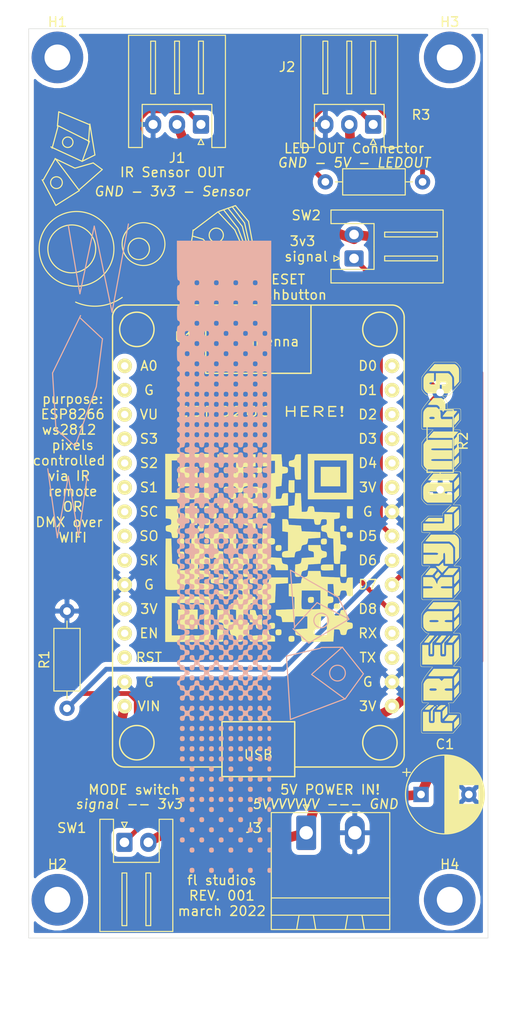
<source format=kicad_pcb>
(kicad_pcb (version 20171130) (host pcbnew "(5.1.4)-1")
  (layers (0 F.Cu signal) (31 B.Cu signal) (34 B.Paste user) (35 F.Paste user) (36 B.SilkS user hide) (37 F.SilkS user) (38 B.Mask user) (39 F.Mask user) (44 Edge.Cuts user))
  (net 0 "")
  (net 1 GND)
  (net 2 +5V)
  (net 3 3v3)
  (net 4 IR_SENSOR)
  (net 5 LED_OUT)
  (net 6 MODE_SW)
  (net 7 RESET_PB)
  (net 8 "Net-(R3-Pad2)")
  (net 9 "Net-(U1-Pad30)")
  (net 10 "Net-(U1-Pad29)")
  (net 11 "Net-(U1-Pad28)")
  (net 12 "Net-(U1-Pad27)")
  (net 13 "Net-(U1-Pad26)")
  (net 14 "Net-(U1-Pad25)")
  (net 15 "Net-(U1-Pad19)")
  (net 16 "Net-(U1-Pad18)")
  (net 17 "Net-(U1-Pad13)")
  (net 18 "Net-(U1-Pad12)")
  (net 19 "Net-(U1-Pad11)")
  (net 20 "Net-(U1-Pad9)")
  (net 21 "Net-(U1-Pad8)")
  (net 22 "Net-(U1-Pad7)")
  (net 23 "Net-(U1-Pad6)")
  (net 24 "Net-(U1-Pad5)")
  (net 25 "Net-(U1-Pad4)")
  (net 26 "Net-(U1-Pad3)")
  (net 27 "Net-(U1-Pad2)")
  (net 28 "Net-(U1-Pad1)")
  (module william_custom:dmx_ir_board_qrCODE (layer F.Cu) (at 100.09 79.24)
    (fp_text reference G*** hide)
    (fp_text value LOGO hide)
  )
  (module william_custom:bw_grad (layer B.Cu) (at 96.47 82.92 270)
    (fp_text reference G*** hide)
    (fp_text value LOGO hide)
  )
  (module william_custom:freakylampsLogo_smaller (layer F.Cu) (at 119.42 79.38 90)
    (fp_text reference G*** hide)
    (fp_text value LOGO hide)
  )
  (module Connector_Phoenix_MSTB:PhoenixContact_MSTBA_2,5_2-G-5,08_1x02_P5.08mm_Horizontal (layer F.Cu) (at 105 109)
    (fp_text reference J3 (at -5.5 -0.5) (layer F.SilkS))
    (fp_text value "POWER IN")
    (pad 2 thru_hole oval (at 5.08 0) (size 2.08 3.6) (drill 1.4) (layers *.Cu *.Mask) (net 1 GND))
    (pad 1 thru_hole roundrect (at 0 0) (size 2.08 3.6) (drill 1.4) (layers *.Cu *.Mask) (roundrect_rratio 0.120192) (net 2 +5V))
  )
  (module "ESP8266:NodeMCU1.0(12-E)" (layer F.Cu) (at 100 78)
    (fp_text reference U1 (at -7.76 -20.79) (layer F.SilkS))
    (fp_text value "NodeMCU_1.0_(ESP-12E)")
    (fp_text user D0 (at 11.43 -17.78) (layer F.SilkS))
    (fp_text user D1 (at 11.43 -15.24) (layer F.SilkS))
    (fp_text user D2 (at 11.43 -12.7) (layer F.SilkS))
    (fp_text user D3 (at 11.43 -10.16) (layer F.SilkS))
    (fp_text user D4 (at 11.43 -7.62) (layer F.SilkS))
    (fp_text user 3V (at 11.43 -5.08) (layer F.SilkS))
    (fp_text user G (at 11.43 -2.54) (layer F.SilkS))
    (fp_text user D5 (at 11.43 0) (layer F.SilkS))
    (fp_text user D6 (at 11.43 2.54) (layer F.SilkS))
    (fp_text user D7 (at 11.43 5.08) (layer F.SilkS))
    (fp_text user D8 (at 11.43 7.62) (layer F.SilkS))
    (fp_text user RX (at 11.43 10.16) (layer F.SilkS))
    (fp_text user TX (at 11.43 12.7) (layer F.SilkS))
    (fp_text user G (at 11.43 15.24) (layer F.SilkS))
    (fp_text user 3V (at 11.43 17.78) (layer F.SilkS))
    (fp_text user A0 (at -11.43 -17.78) (layer F.SilkS))
    (fp_text user G (at -11.43 -15.24) (layer F.SilkS))
    (fp_text user VU (at -11.43 -12.7) (layer F.SilkS))
    (fp_text user S3 (at -11.43 -10.16) (layer F.SilkS))
    (fp_text user S2 (at -11.43 -7.62) (layer F.SilkS))
    (fp_text user S1 (at -11.43 -5.08) (layer F.SilkS))
    (fp_text user SC (at -11.43 -2.54) (layer F.SilkS))
    (fp_text user SO (at -11.43 0) (layer F.SilkS))
    (fp_text user SK (at -11.43 2.54) (layer F.SilkS))
    (fp_text user G (at -11.43 5.08) (layer F.SilkS))
    (fp_text user 3V (at -11.43 7.62) (layer F.SilkS))
    (fp_text user EN (at -11.43 10.16) (layer F.SilkS))
    (fp_text user RST (at -11.43 12.7) (layer F.SilkS))
    (fp_text user G (at -11.43 15.24) (layer F.SilkS))
    (fp_text user VIN (at -11.43 17.78) (layer F.SilkS))
    (fp_text user "RF Antenna" (at 0 -20.32) (layer F.SilkS))
    (fp_text user USB (at 0 22.86) (layer F.SilkS))
    (pad 30 thru_hole circle (at 13.97 -17.78) (size 1.524 1.524) (drill 0.762) (layers *.Cu *.Mask F.SilkS) (net 9 "Net-(U1-Pad30)"))
    (pad 29 thru_hole circle (at 13.97 -15.24) (size 1.524 1.524) (drill 0.762) (layers *.Cu *.Mask F.SilkS) (net 10 "Net-(U1-Pad29)"))
    (pad 28 thru_hole circle (at 13.97 -12.7) (size 1.524 1.524) (drill 0.762) (layers *.Cu *.Mask F.SilkS) (net 11 "Net-(U1-Pad28)"))
    (pad 27 thru_hole circle (at 13.97 -10.16) (size 1.524 1.524) (drill 0.762) (layers *.Cu *.Mask F.SilkS) (net 12 "Net-(U1-Pad27)"))
    (pad 26 thru_hole circle (at 13.97 -7.62) (size 1.524 1.524) (drill 0.762) (layers *.Cu *.Mask F.SilkS) (net 13 "Net-(U1-Pad26)"))
    (pad 25 thru_hole circle (at 13.97 -5.08) (size 1.524 1.524) (drill 0.762) (layers *.Cu *.Mask F.SilkS) (net 14 "Net-(U1-Pad25)"))
    (pad 24 thru_hole circle (at 13.97 -2.54) (size 1.524 1.524) (drill 0.762) (layers *.Cu *.Mask F.SilkS) (net 1 GND))
    (pad 23 thru_hole circle (at 13.97 0) (size 1.524 1.524) (drill 0.762) (layers *.Cu *.Mask F.SilkS) (net 4 IR_SENSOR))
    (pad 22 thru_hole circle (at 13.97 2.54) (size 1.524 1.524) (drill 0.762) (layers *.Cu *.Mask F.SilkS) (net 6 MODE_SW))
    (pad 21 thru_hole circle (at 13.97 5.08) (size 1.524 1.524) (drill 0.762) (layers *.Cu *.Mask F.SilkS) (net 7 RESET_PB))
    (pad 20 thru_hole circle (at 13.97 7.62) (size 1.524 1.524) (drill 0.762) (layers *.Cu *.Mask F.SilkS) (net 8 "Net-(R3-Pad2)"))
    (pad 19 thru_hole circle (at 13.97 10.16) (size 1.524 1.524) (drill 0.762) (layers *.Cu *.Mask F.SilkS) (net 15 "Net-(U1-Pad19)"))
    (pad 18 thru_hole circle (at 13.97 12.7) (size 1.524 1.524) (drill 0.762) (layers *.Cu *.Mask F.SilkS) (net 16 "Net-(U1-Pad18)"))
    (pad 17 thru_hole circle (at 13.97 15.24) (size 1.524 1.524) (drill 0.762) (layers *.Cu *.Mask F.SilkS) (net 1 GND))
    (pad 16 thru_hole circle (at 13.97 17.78) (size 1.524 1.524) (drill 0.762) (layers *.Cu *.Mask F.SilkS) (net 3 3v3))
    (pad 15 thru_hole circle (at -13.97 17.78) (size 1.524 1.524) (drill 0.762) (layers *.Cu *.Mask F.SilkS) (net 2 +5V))
    (pad 14 thru_hole circle (at -13.97 15.24) (size 1.524 1.524) (drill 0.762) (layers *.Cu *.Mask F.SilkS) (net 1 GND))
    (pad 13 thru_hole circle (at -13.97 12.7) (size 1.524 1.524) (drill 0.762) (layers *.Cu *.Mask F.SilkS) (net 17 "Net-(U1-Pad13)"))
    (pad 12 thru_hole circle (at -13.97 10.16) (size 1.524 1.524) (drill 0.762) (layers *.Cu *.Mask F.SilkS) (net 18 "Net-(U1-Pad12)"))
    (pad 11 thru_hole circle (at -13.97 7.62) (size 1.524 1.524) (drill 0.762) (layers *.Cu *.Mask F.SilkS) (net 19 "Net-(U1-Pad11)"))
    (pad 10 thru_hole circle (at -13.97 5.08) (size 1.524 1.524) (drill 0.762) (layers *.Cu *.Mask F.SilkS) (net 1 GND))
    (pad 9 thru_hole circle (at -13.97 2.54) (size 1.524 1.524) (drill 0.762) (layers *.Cu *.Mask F.SilkS) (net 20 "Net-(U1-Pad9)"))
    (pad 8 thru_hole circle (at -13.97 0) (size 1.524 1.524) (drill 0.762) (layers *.Cu *.Mask F.SilkS) (net 21 "Net-(U1-Pad8)"))
    (pad 7 thru_hole circle (at -13.97 -2.54) (size 1.524 1.524) (drill 0.762) (layers *.Cu *.Mask F.SilkS) (net 22 "Net-(U1-Pad7)"))
    (pad 6 thru_hole circle (at -13.97 -5.08) (size 1.524 1.524) (drill 0.762) (layers *.Cu *.Mask F.SilkS) (net 23 "Net-(U1-Pad6)"))
    (pad 5 thru_hole circle (at -13.97 -7.62) (size 1.524 1.524) (drill 0.762) (layers *.Cu *.Mask F.SilkS) (net 24 "Net-(U1-Pad5)"))
    (pad 4 thru_hole circle (at -13.97 -10.16) (size 1.524 1.524) (drill 0.762) (layers *.Cu *.Mask F.SilkS) (net 25 "Net-(U1-Pad4)"))
    (pad 3 thru_hole circle (at -13.97 -12.7) (size 1.524 1.524) (drill 0.762) (layers *.Cu *.Mask F.SilkS) (net 26 "Net-(U1-Pad3)"))
    (pad 2 thru_hole circle (at -13.97 -15.24) (size 1.524 1.524) (drill 0.762) (layers *.Cu *.Mask F.SilkS) (net 27 "Net-(U1-Pad2)"))
    (pad 1 thru_hole circle (at -13.97 -17.78) (size 1.524 1.524) (drill 0.762) (layers *.Cu *.Mask F.SilkS) (net 28 "Net-(U1-Pad1)"))
  )
  (module Connector_JST:JST_XH_S2B-XH-A_1x02_P2.50mm_Horizontal (layer F.Cu) (at 110 49 90)
    (fp_text reference SW2 (at 4.5 -5 180) (layer F.SilkS))
    (fp_text value SW_Push)
    (pad 2 thru_hole oval (at 2.5 0 90) (size 1.7 2) (drill 1) (layers *.Cu *.Mask) (net 3 3v3))
    (pad 1 thru_hole roundrect (at 0 0 90) (size 1.7 2) (drill 1) (layers *.Cu *.Mask) (roundrect_rratio 0.147059) (net 7 RESET_PB))
  )
  (module Connector_JST:JST_XH_S2B-XH-A_1x02_P2.50mm_Horizontal (layer F.Cu) (at 86 110)
    (fp_text reference SW1 (at -5.5 -1.5) (layer F.SilkS))
    (fp_text value SW_SPST)
    (pad 2 thru_hole oval (at 2.5 0) (size 1.7 2) (drill 1) (layers *.Cu *.Mask) (net 3 3v3))
    (pad 1 thru_hole roundrect (at 0 0) (size 1.7 2) (drill 1) (layers *.Cu *.Mask) (roundrect_rratio 0.147059) (net 6 MODE_SW))
  )
  (module Resistor_THT:R_Axial_DIN0207_L6.3mm_D2.5mm_P10.16mm_Horizontal (layer F.Cu) (at 107 41)
    (fp_text reference R3 (at 10 -7) (layer F.SilkS))
    (fp_text value 470)
    (pad 2 thru_hole oval (at 10.16 0) (size 1.6 1.6) (drill 0.8) (layers *.Cu *.Mask) (net 8 "Net-(R3-Pad2)"))
    (pad 1 thru_hole circle (at 0 0) (size 1.6 1.6) (drill 0.8) (layers *.Cu *.Mask) (net 5 LED_OUT))
  )
  (module Resistor_THT:R_Axial_DIN0207_L6.3mm_D2.5mm_P10.16mm_Horizontal (layer F.Cu) (at 119 63 270)
    (fp_text reference R2 (at 5.08 -2.37 90) (layer F.SilkS))
    (fp_text value 10k)
    (pad 2 thru_hole oval (at 10.16 0 270) (size 1.6 1.6) (drill 0.8) (layers *.Cu *.Mask) (net 1 GND))
    (pad 1 thru_hole circle (at 0 0 270) (size 1.6 1.6) (drill 0.8) (layers *.Cu *.Mask) (net 7 RESET_PB))
  )
  (module Resistor_THT:R_Axial_DIN0207_L6.3mm_D2.5mm_P10.16mm_Horizontal (layer F.Cu) (at 80 96 90)
    (fp_text reference R1 (at 5.08 -2.37 90) (layer F.SilkS))
    (fp_text value 10k)
    (pad 2 thru_hole oval (at 10.16 0 90) (size 1.6 1.6) (drill 0.8) (layers *.Cu *.Mask) (net 1 GND))
    (pad 1 thru_hole circle (at 0 0 90) (size 1.6 1.6) (drill 0.8) (layers *.Cu *.Mask) (net 6 MODE_SW))
  )
  (module Connector_JST:JST_XH_S3B-XH-A_1x03_P2.50mm_Horizontal (layer F.Cu) (at 112 35 180)
    (fp_text reference J2 (at 9 6) (layer F.SilkS))
    (fp_text value "LED out connector")
    (pad 3 thru_hole oval (at 5 0 180) (size 1.7 1.95) (drill 0.95) (layers *.Cu *.Mask) (net 1 GND))
    (pad 2 thru_hole oval (at 2.5 0 180) (size 1.7 1.95) (drill 0.95) (layers *.Cu *.Mask) (net 2 +5V))
    (pad 1 thru_hole roundrect (at 0 0 180) (size 1.7 1.95) (drill 0.95) (layers *.Cu *.Mask) (roundrect_rratio 0.147059) (net 5 LED_OUT))
  )
  (module Connector_JST:JST_XH_S3B-XH-A_1x03_P2.50mm_Horizontal (layer F.Cu) (at 94 35 180)
    (fp_text reference J1 (at 2.5 -3.5) (layer F.SilkS))
    (fp_text value IR_connector)
    (pad 3 thru_hole oval (at 5 0 180) (size 1.7 1.95) (drill 0.95) (layers *.Cu *.Mask) (net 1 GND))
    (pad 2 thru_hole oval (at 2.5 0 180) (size 1.7 1.95) (drill 0.95) (layers *.Cu *.Mask) (net 3 3v3))
    (pad 1 thru_hole roundrect (at 0 0 180) (size 1.7 1.95) (drill 0.95) (layers *.Cu *.Mask) (roundrect_rratio 0.147059) (net 4 IR_SENSOR))
  )
  (module MountingHole:MountingHole_2.7mm_M2.5_Pad (layer F.Cu) (at 120 116)
    (fp_text reference H4 (at 0 -3.7) (layer F.SilkS))
    (fp_text value MountingHole)
    (pad 1 thru_hole circle (at 0 0) (size 5.4 5.4) (drill 2.7) (layers *.Cu *.Mask))
  )
  (module MountingHole:MountingHole_2.7mm_M2.5_Pad (layer F.Cu) (at 120 28)
    (fp_text reference H3 (at 0 -3.7) (layer F.SilkS))
    (fp_text value MountingHole)
    (pad 1 thru_hole circle (at 0 0) (size 5.4 5.4) (drill 2.7) (layers *.Cu *.Mask))
  )
  (module MountingHole:MountingHole_2.7mm_M2.5_Pad (layer F.Cu) (at 79 116)
    (fp_text reference H2 (at 0 -3.7) (layer F.SilkS))
    (fp_text value MountingHole)
    (pad 1 thru_hole circle (at 0 0) (size 5.4 5.4) (drill 2.7) (layers *.Cu *.Mask))
  )
  (module MountingHole:MountingHole_2.7mm_M2.5_Pad (layer F.Cu) (at 79 28)
    (fp_text reference H1 (at 0 -3.7) (layer F.SilkS))
    (fp_text value MountingHole)
    (pad 1 thru_hole circle (at 0 0) (size 5.4 5.4) (drill 2.7) (layers *.Cu *.Mask))
  )
  (module Capacitor_THT:CP_Radial_D8.0mm_P5.00mm (layer F.Cu) (at 117 105)
    (fp_text reference C1 (at 2.5 -5.25) (layer F.SilkS))
    (fp_text value 1000uF)
    (pad 2 thru_hole circle (at 5 0) (size 1.6 1.6) (drill 0.8) (layers *.Cu *.Mask) (net 1 GND))
    (pad 1 thru_hole rect (at 0 0) (size 1.6 1.6) (drill 0.8) (layers *.Cu *.Mask) (net 2 +5V))
  )
  (gr_text "ESP8266 HERE!\n" (at 100.27 65.02) (layer F.SilkS) (effects (font (size 1 1.5))))
  (gr_line (start 98.56 45.29) (end 99.26 48.4) (layer F.SilkS) (width 0.12))
  (gr_line (start 97.3 43.64) (end 98.56 45.29) (layer F.SilkS) (width 0.12))
  (gr_line (start 97.87 45.85) (end 98.85 48.41) (layer F.SilkS) (width 0.12))
  (gr_line (start 96.36 43.91) (end 97.87 45.85) (layer F.SilkS) (width 0.12))
  (gr_line (start 98.32 45.65) (end 99.02 48.33) (layer F.SilkS) (width 0.12))
  (gr_line (start 96.82 43.74) (end 98.32 45.65) (layer F.SilkS) (width 0.12))
  (gr_line (start 99.57 48.34) (end 98.49 48.28) (layer F.SilkS) (width 0.12))
  (gr_line (start 98.97 45.13) (end 99.57 48.34) (layer F.SilkS) (width 0.12))
  (gr_line (start 97.61 43.48) (end 98.97 45.13) (layer F.SilkS) (width 0.12))
  (gr_line (start 95.89 44.08) (end 97.61 43.48) (layer F.SilkS) (width 0.12))
  (gr_line (start 93.33 51.03) (end 93.47 50.22) (layer F.SilkS) (width 0.12))
  (gr_line (start 93.13 50.01) (end 93.33 51.03) (layer F.SilkS) (width 0.12))
  (gr_line (start 93.52 50.18) (end 93.74 49.48) (layer F.SilkS) (width 0.12))
  (gr_line (start 93.35 49.53) (end 93.52 50.18) (layer F.SilkS) (width 0.12))
  (gr_line (start 93.14 50.03) (end 93.35 49.53) (layer F.SilkS) (width 0.12))
  (gr_line (start 92.82 49.26) (end 93.14 50.03) (layer F.SilkS) (width 0.12))
  (gr_line (start 93.8 49.5) (end 94.12 49) (layer F.SilkS) (width 0.12))
  (gr_line (start 93.52 49.02) (end 93.8 49.5) (layer F.SilkS) (width 0.12))
  (gr_line (start 92.92 49.22) (end 93.52 49.02) (layer F.SilkS) (width 0.12))
  (gr_line (start 92.89 48.34) (end 92.92 49.22) (layer F.SilkS) (width 0.12))
  (gr_line (start 94.19 49) (end 94.78 48.65) (layer F.SilkS) (width 0.12))
  (gr_line (start 93.68 48.36) (end 94.19 49) (layer F.SilkS) (width 0.12))
  (gr_line (start 92.89 48.31) (end 93.68 48.36) (layer F.SilkS) (width 0.12))
  (gr_line (start 92.94 47.42) (end 92.89 48.31) (layer F.SilkS) (width 0.12))
  (gr_line (start 94.83 48.71) (end 95.43 48.43) (layer F.SilkS) (width 0.12))
  (gr_line (start 93.88 47.59) (end 94.83 48.71) (layer F.SilkS) (width 0.12))
  (gr_line (start 92.99 47.37) (end 93.88 47.59) (layer F.SilkS) (width 0.12))
  (gr_line (start 93.09 46.76) (end 92.99 47.37) (layer F.SilkS) (width 0.12))
  (gr_circle (center 95.6 46.57) (end 96.29 46.3) (layer F.SilkS) (width 0.12))
  (gr_line (start 93.11 46.66) (end 93.18 46.02) (layer F.SilkS) (width 0.12))
  (gr_line (start 94.23 46.99) (end 93.11 46.66) (layer F.SilkS) (width 0.12))
  (gr_line (start 95.48 48.45) (end 94.23 46.99) (layer F.SilkS) (width 0.12))
  (gr_line (start 98.54 48.26) (end 95.48 48.45) (layer F.SilkS) (width 0.12))
  (gr_line (start 97.54 46.02) (end 98.54 48.26) (layer F.SilkS) (width 0.12))
  (gr_line (start 95.78 44.13) (end 97.54 46.02) (layer F.SilkS) (width 0.12))
  (gr_line (start 93.2 46.08) (end 95.78 44.13) (layer F.SilkS) (width 0.12))
  (gr_line (start 82.92 38.19) (end 82.39 34.96) (layer F.SilkS) (width 0.12))
  (gr_line (start 81.63 38.83) (end 82.92 38.19) (layer F.SilkS) (width 0.12))
  (gr_line (start 82.38 35.03) (end 82.25 36.83) (layer F.SilkS) (width 0.12))
  (gr_line (start 79.14 33.68) (end 82.38 35.03) (layer F.SilkS) (width 0.12))
  (gr_line (start 79 35.16) (end 79.14 33.68) (layer F.SilkS) (width 0.12))
  (gr_line (start 80.83 39.57) (end 78.75 38.57) (layer F.SilkS) (width 0.12))
  (gr_line (start 82.74 39.02) (end 80.83 39.57) (layer F.SilkS) (width 0.12))
  (gr_line (start 83.69 39.71) (end 82.74 39.02) (layer F.SilkS) (width 0.12))
  (gr_line (start 81.34 41.77) (end 83.69 39.71) (layer F.SilkS) (width 0.12))
  (gr_circle (center 78.9 41.08) (end 79.51 41.14) (layer F.SilkS) (width 0.12))
  (gr_circle (center 80.08 36.86) (end 80.62 36.94) (layer F.SilkS) (width 0.12))
  (gr_line (start 78.83 43.46) (end 77.41 40.78) (layer F.SilkS) (width 0.12))
  (gr_line (start 81.29 41.91) (end 78.83 43.46) (layer F.SilkS) (width 0.12))
  (gr_line (start 78.78 38.57) (end 81.29 41.91) (layer F.SilkS) (width 0.12))
  (gr_line (start 77.53 40.78) (end 78.78 38.57) (layer F.SilkS) (width 0.12))
  (gr_line (start 81.59 38.86) (end 78.32 37.35) (layer F.SilkS) (width 0.12))
  (gr_line (start 82.34 36.77) (end 81.59 38.86) (layer F.SilkS) (width 0.12))
  (gr_line (start 79.08 35.14) (end 82.34 36.77) (layer F.SilkS) (width 0.12))
  (gr_line (start 78.45 37.48) (end 79.08 35.14) (layer F.SilkS) (width 0.12))
  (gr_line (start 103.36 81.57) (end 103.79 87.6) (layer B.SilkS) (width 0.12))
  (gr_line (start 108.42 84.44) (end 103.36 81.57) (layer B.SilkS) (width 0.12))
  (gr_line (start 102.94 90.54) (end 106.49 89.72) (layer B.SilkS) (width 0.12))
  (gr_line (start 103.35 97.16) (end 102.94 90.54) (layer B.SilkS) (width 0.12))
  (gr_line (start 109.07 95) (end 103.35 97.16) (layer B.SilkS) (width 0.12))
  (gr_line (start 106.55 89.64) (end 108.81 89.62) (layer B.SilkS) (width 0.12))
  (gr_line (start 108.39 84.47) (end 109.45 86.69) (layer B.SilkS) (width 0.12))
  (gr_circle (center 108.27 92.32) (end 109.06 92.1) (layer B.SilkS) (width 0.12))
  (gr_circle (center 106.56 86.82) (end 107.06 86.25) (layer B.SilkS) (width 0.12))
  (gr_line (start 109.06 95.03) (end 105.56 92.46) (layer B.SilkS) (width 0.12))
  (gr_line (start 110.98 92.39) (end 109.06 95.03) (layer B.SilkS) (width 0.12))
  (gr_line (start 108.77 89.61) (end 110.98 92.39) (layer B.SilkS) (width 0.12))
  (gr_line (start 105.63 92.39) (end 108.77 89.61) (layer B.SilkS) (width 0.12))
  (gr_line (start 105.27 89.18) (end 103.63 87.68) (layer B.SilkS) (width 0.12))
  (gr_line (start 109.48 86.68) (end 105.27 89.18) (layer B.SilkS) (width 0.12))
  (gr_line (start 106.13 84.96) (end 109.48 86.68) (layer B.SilkS) (width 0.12))
  (gr_line (start 103.77 87.53) (end 106.13 84.96) (layer B.SilkS) (width 0.12))
  (gr_line (start 81.21 78.04) (end 82.13 71.61) (layer B.SilkS) (width 0.12))
  (gr_line (start 80.14 71.75) (end 81.21 78.04) (layer B.SilkS) (width 0.12))
  (gr_line (start 78.99 78.18) (end 80.14 71.75) (layer B.SilkS) (width 0.12))
  (gr_line (start 77.99 70.97) (end 78.99 78.18) (layer B.SilkS) (width 0.12))
  (gr_line (start 83.71 57.4) (end 81.35 55.19) (layer B.SilkS) (width 0.12))
  (gr_line (start 83.06 62.4) (end 83.71 57.4) (layer B.SilkS) (width 0.12))
  (gr_line (start 80.85 68.61) (end 83.06 62.4) (layer B.SilkS) (width 0.12))
  (gr_line (start 78.85 66.83) (end 80.85 68.61) (layer B.SilkS) (width 0.12))
  (gr_line (start 78.49 60.97) (end 78.85 66.83) (layer B.SilkS) (width 0.12))
  (gr_line (start 81.42 54.97) (end 78.49 60.97) (layer B.SilkS) (width 0.12))
  (gr_line (start 84.71 54.61) (end 86.42 45.4) (layer B.SilkS) (width 0.12))
  (gr_line (start 82.85 45.62) (end 84.71 54.61) (layer B.SilkS) (width 0.12))
  (gr_line (start 81.35 52.69) (end 82.85 45.62) (layer B.SilkS) (width 0.12))
  (gr_line (start 80.14 45.55) (end 81.35 52.69) (layer B.SilkS) (width 0.12))
  (gr_text "fl studios\nREV. 001\nmarch 2022" (at 96.18 115.57) (layer F.SilkS) (effects (font (size 1 1))))
  (gr_text "purpose:\nESP8266\nws2812 \npixels\ncontrolled \nvia IR \nremote\nOR\nDMX over \nWIFI" (at 80.6 70.92) (layer F.SilkS) (effects (font (size 1 1))))
  (gr_arc (start 82.907734 49.062829) (end 80.907735 53.562828) (angle -59.50016677) (layer F.SilkS) (width 0.12))
  (gr_circle (center 87.5 48) (end 88.5 47.5) (layer F.SilkS) (width 0.12))
  (gr_circle (center 88 47.5) (end 90 46.5) (layer F.SilkS) (width 0.12))
  (gr_circle (center 80.5 48) (end 82.5 46.5) (layer F.SilkS) (width 0.12))
  (gr_circle (center 81 48) (end 84 45.5) (layer F.SilkS) (width 0.12))
  (gr_text "5VVVVVVV --- GND\n" (at 107 106) (layer F.SilkS) (effects (font (size 1 1) (thickness 0.15) italic)))
  (gr_text "5V POWER IN!" (at 107.5 104.5) (layer F.SilkS) (effects (font (size 1 1))))
  (gr_text "signal -- 3v3" (at 86.5 106) (layer F.SilkS) (effects (font (size 1 1) (thickness 0.15) italic)))
  (gr_text "MODE switch\n" (at 87 104.5) (layer F.SilkS) (effects (font (size 1 1))))
  (gr_text "3v3 \nsignal" (at 105 48) (layer F.SilkS) (effects (font (size 1 1))))
  (gr_text "RESET \npushbutton\n" (at 103 52) (layer F.SilkS) (effects (font (size 1 1))))
  (gr_text "IR Sensor OUT\n" (at 91 40) (layer F.SilkS) (effects (font (size 1 1))))
  (gr_text "GND - 5V - LEDOUT" (at 110 39) (layer F.SilkS) (effects (font (size 1 1) (thickness 0.15) italic)))
  (gr_text "GND - 3v3 - Sensor" (at 91 42) (layer F.SilkS) (effects (font (size 1 1) (thickness 0.15) italic)))
  (gr_text "LED OUT Connector" (at 110 37.5) (layer F.SilkS) (effects (font (size 1 1))))
  (gr_line (start 124 120) (end 124 25) (layer Edge.Cuts) (width 0.05))
  (gr_line (start 76 25) (end 80 25) (layer Edge.Cuts) (width 0.05))
  (gr_line (start 76 52) (end 76 25) (layer Edge.Cuts) (width 0.05))
  (gr_line (start 124 25) (end 120 25) (layer Edge.Cuts) (width 0.05))
  (gr_line (start 124 120) (end 120 120) (layer Edge.Cuts) (width 0.05))
  (gr_line (start 76 120) (end 80 120) (layer Edge.Cuts) (width 0.05))
  (gr_line (start 76 112) (end 76 120) (layer Edge.Cuts) (width 0.05))
  (gr_line (start 76 112) (end 76 52) (layer Edge.Cuts) (width 0.05))
  (gr_line (start 120 120) (end 80 120) (layer Edge.Cuts) (width 0.05))
  (gr_line (start 80 25) (end 120 25) (layer Edge.Cuts) (width 0.05))
  (segment (start 105 109) (end 106 106) (width 1) (layer F.Cu) (net 2))
  (segment (start 106 106) (end 117 105) (width 1) (layer F.Cu) (net 2))
  (segment (start 109.5 35) (end 110 43) (width 1) (layer F.Cu) (net 2))
  (segment (start 110 43) (end 116 46) (width 1) (layer F.Cu) (net 2))
  (segment (start 116 46) (end 120 54) (width 1) (layer F.Cu) (net 2))
  (segment (start 120 54) (end 123 61) (width 1) (layer F.Cu) (net 2))
  (segment (start 123 61) (end 123 91) (width 1) (layer F.Cu) (net 2))
  (segment (start 123 91) (end 117 105) (width 1) (layer F.Cu) (net 2))
  (segment (start 105 109) (end 87 114) (width 1) (layer F.Cu) (net 2))
  (segment (start 87 114) (end 82 112) (width 1) (layer F.Cu) (net 2))
  (segment (start 82 112) (end 86 96) (width 1) (layer F.Cu) (net 2))
  (segment (start 88.5 110) (end 114 96) (width 1) (layer F.Cu) (net 3))
  (segment (start 91.5 35) (end 94 41) (width 1) (layer F.Cu) (net 3))
  (segment (start 94 41) (end 110 47) (width 1) (layer F.Cu) (net 3))
  (segment (start 110 46.5) (end 114 47) (width 1) (layer F.Cu) (net 3))
  (segment (start 114 47) (end 115 52) (width 1) (layer F.Cu) (net 3))
  (segment (start 115 52) (end 121 60) (width 1) (layer F.Cu) (net 3))
  (segment (start 121 60) (end 121 90) (width 1) (layer F.Cu) (net 3))
  (segment (start 121 90) (end 114 96) (width 1) (layer F.Cu) (net 3))
  (segment (start 87.69999 34.336519) (end 87.69999 36.69999) (width 0.5) (layer F.Cu) (net 4))
  (segment (start 88.461519 33.57499) (end 87.69999 34.336519) (width 0.5) (layer F.Cu) (net 4))
  (segment (start 94 35) (end 92.57499 33.57499) (width 0.5) (layer F.Cu) (net 4))
  (segment (start 92.57499 33.57499) (end 88.461519 33.57499) (width 0.5) (layer F.Cu) (net 4))
  (segment (start 87.69999 36.69999) (end 102 51) (width 0.5) (layer F.Cu) (net 4))
  (segment (start 102 51) (end 105 51) (width 0.5) (layer F.Cu) (net 4))
  (segment (start 112.757999 58.757999) (end 112.757999 76.757999) (width 0.5) (layer F.Cu) (net 4))
  (segment (start 105 51) (end 112.757999 58.757999) (width 0.5) (layer F.Cu) (net 4))
  (segment (start 112.757999 76.757999) (end 114 78) (width 0.5) (layer F.Cu) (net 4))
  (segment (start 105.69999 39.69999) (end 106.200001 40.200001) (width 0.5) (layer F.Cu) (net 5))
  (segment (start 105.69999 34.336519) (end 105.69999 39.69999) (width 0.5) (layer F.Cu) (net 5))
  (segment (start 107.036509 33) (end 105.69999 34.336519) (width 0.5) (layer F.Cu) (net 5))
  (segment (start 112 35) (end 110 33) (width 0.5) (layer F.Cu) (net 5))
  (segment (start 110 33) (end 107.036509 33) (width 0.5) (layer F.Cu) (net 5))
  (segment (start 106.200001 40.200001) (end 107 41) (width 0.5) (layer F.Cu) (net 5))
  (segment (start 84.087999 91.912001) (end 80.799999 95.200001) (width 0.5) (layer B.Cu) (net 6))
  (segment (start 113.97 80.54) (end 102.597999 91.912001) (width 0.5) (layer B.Cu) (net 6))
  (segment (start 102.597999 91.912001) (end 84.087999 91.912001) (width 0.5) (layer B.Cu) (net 6))
  (segment (start 80.799999 95.200001) (end 80 96) (width 0.5) (layer B.Cu) (net 6))
  (segment (start 87.242001 108.757999) (end 86.905553 109.094447) (width 0.5) (layer F.Cu) (net 6))
  (segment (start 87.242001 95.198239) (end 87.242001 108.757999) (width 0.5) (layer F.Cu) (net 6))
  (segment (start 86.495763 94.452001) (end 87.242001 95.198239) (width 0.5) (layer F.Cu) (net 6))
  (segment (start 80 96) (end 81.547999 94.452001) (width 0.5) (layer F.Cu) (net 6))
  (segment (start 81.547999 94.452001) (end 86.495763 94.452001) (width 0.5) (layer F.Cu) (net 6))
  (segment (start 86.905553 109.094447) (end 86 110) (width 0.5) (layer F.Cu) (net 6))
  (segment (start 115.182001 59.182001) (end 118.200001 62.200001) (width 0.5) (layer F.Cu) (net 7))
  (segment (start 110 49) (end 115.182001 54.182001) (width 0.5) (layer F.Cu) (net 7))
  (segment (start 115.182001 54.182001) (end 115.182001 59.182001) (width 0.5) (layer F.Cu) (net 7))
  (segment (start 118.200001 62.200001) (end 119 63) (width 0.5) (layer F.Cu) (net 7))
  (segment (start 117 65) (end 117 80) (width 0.5) (layer F.Cu) (net 7))
  (segment (start 119 63) (end 117 65) (width 0.5) (layer F.Cu) (net 7))
  (segment (start 117 80) (end 114 83) (width 0.5) (layer F.Cu) (net 7))
  (segment (start 86.99998 34.046566) (end 86.99998 40.99998) (width 0.5) (layer F.Cu) (net 8))
  (segment (start 88.746556 32.29999) (end 86.99998 34.046566) (width 0.5) (layer F.Cu) (net 8))
  (segment (start 111.614956 32.29999) (end 88.746556 32.29999) (width 0.5) (layer F.Cu) (net 8))
  (segment (start 117.16 41) (end 117.16 37.845034) (width 0.5) (layer F.Cu) (net 8))
  (segment (start 117.16 37.845034) (end 111.614956 32.29999) (width 0.5) (layer F.Cu) (net 8))
  (segment (start 86.99998 40.99998) (end 98 52) (width 0.5) (layer F.Cu) (net 8))
  (segment (start 98 52) (end 105 52) (width 0.5) (layer F.Cu) (net 8))
  (segment (start 105 52) (end 105 77) (width 0.5) (layer F.Cu) (net 8))
  (segment (start 105 77) (end 114 86) (width 0.5) (layer F.Cu) (net 8))
  (zone (net 1) (net_name GND) (layer B.Cu) (connect_pads (clearance 0.508)) (min_thickness 0.254) (fill yes (arc_segments 32) (thermal_gap 0.508) (thermal_bridge_width 0.508))
    (polygon (pts (xy 73 22) (xy 126 22) (xy 126 129) (xy 74 129)))
  )
)
</source>
